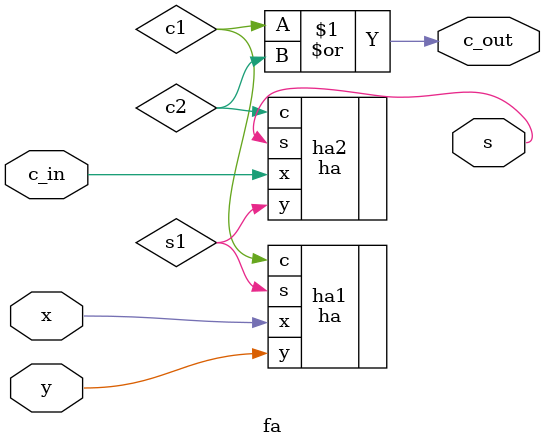
<source format=v>
module fa (
    input x, y, c_in,
    output s, c_out
);
    wire s1, c1, c2;
    ha ha1 (
        .x(x),
        .y(y),
        .s(s1),
        .c(c1)
    );

    ha ha2 (
        .x(c_in),
        .y(s1),
        .s(s),
        .c(c2)
    );
    assign c_out = c1 | c2;
endmodule
</source>
